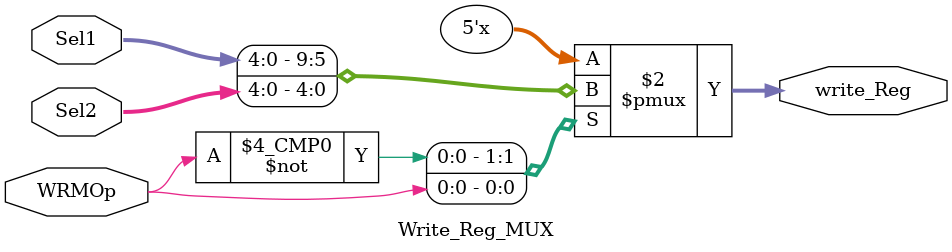
<source format=v>
`timescale 1ns / 1ps


module Write_Reg_MUX(
input wire WRMOp,
input wire [4:0] Sel1,Sel2,
output reg [4:0] write_Reg
    );
always@(*)
begin

case(WRMOp)
0: write_Reg = Sel1;
1: write_Reg = Sel2;
endcase

end
    
endmodule

</source>
